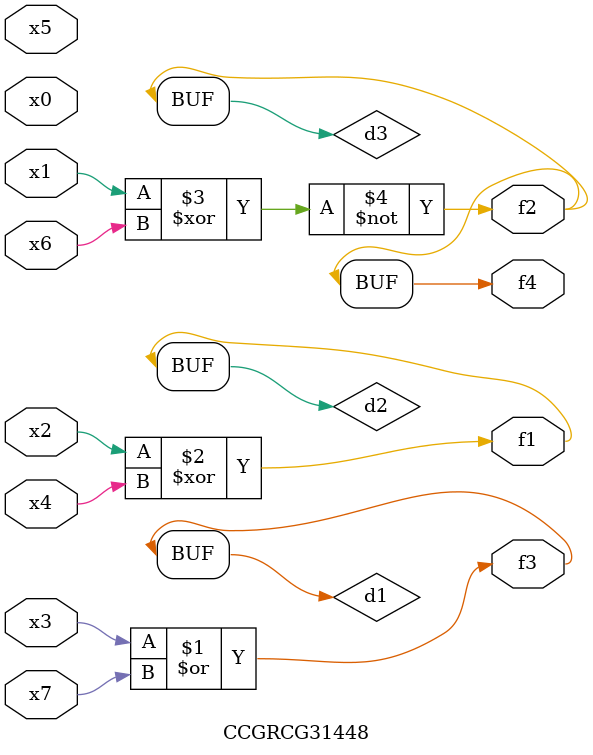
<source format=v>
module CCGRCG31448(
	input x0, x1, x2, x3, x4, x5, x6, x7,
	output f1, f2, f3, f4
);

	wire d1, d2, d3;

	or (d1, x3, x7);
	xor (d2, x2, x4);
	xnor (d3, x1, x6);
	assign f1 = d2;
	assign f2 = d3;
	assign f3 = d1;
	assign f4 = d3;
endmodule

</source>
